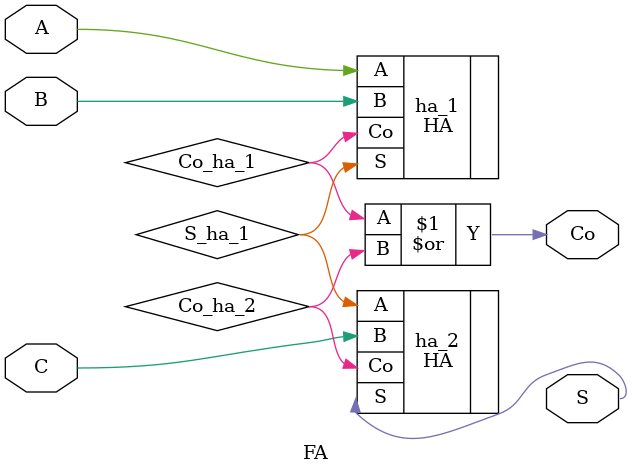
<source format=v>
module FA (
	input wire A,B,C,
	output wire S,Co
);
  
  wire 	S_ha_1,	
  		Co_ha_1,
  		Co_ha_2;
  
  assign Co = Co_ha_1 | Co_ha_2;
  
  HA ha_1 (
    .A		(A),
    .B		(B),
    .S		(S_ha_1),
    .Co		(Co_ha_1)
  );
  HA ha_2 (
    .A		(S_ha_1),
    .B		(C),
    .S		(S),
    .Co		(Co_ha_2)
  );

endmodule
</source>
